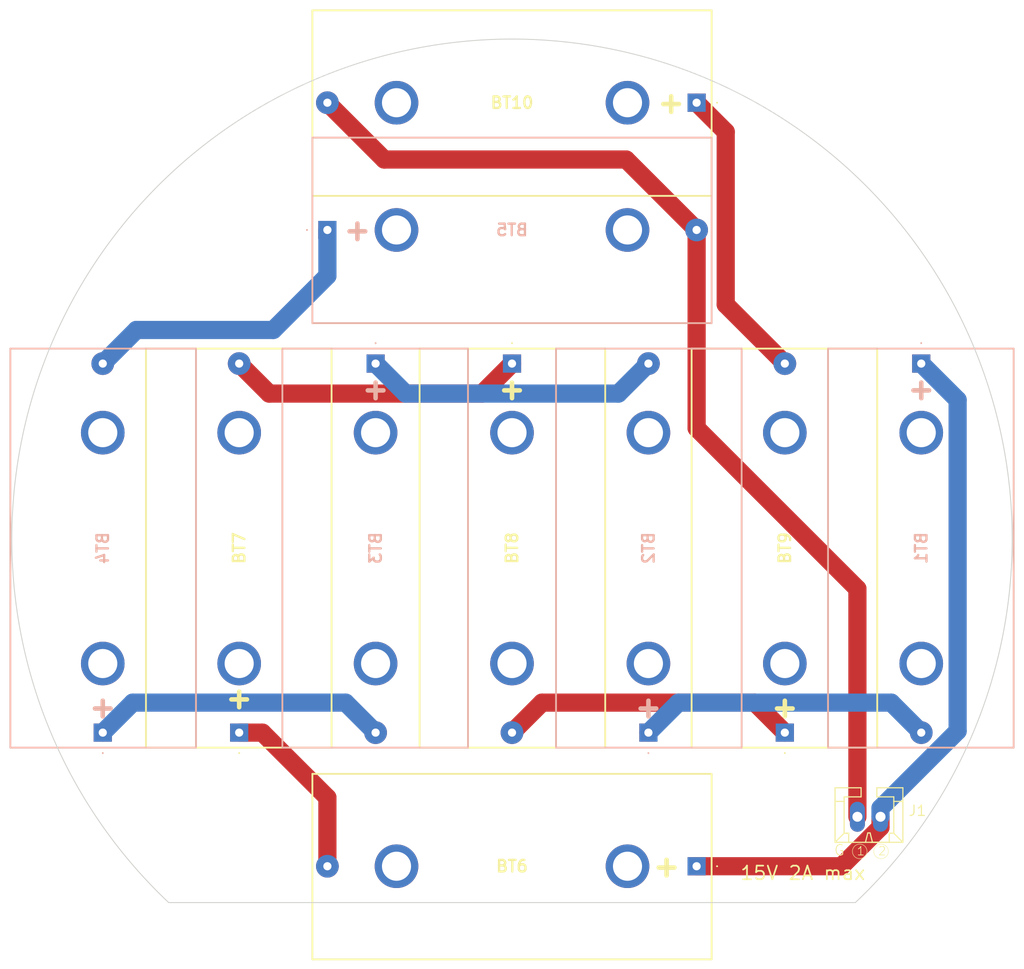
<source format=kicad_pcb>
(kicad_pcb (version 20221018) (generator pcbnew)
  (layers (0 "F.Cu" signal) (31 "B.Cu" signal) (34 "B.Paste" user) (35 "F.Paste" user) (36 "B.SilkS" user "B.Silkscreen") (37 "F.SilkS" user "F.Silkscreen") (38 "B.Mask" user) (39 "F.Mask" user) (44 "Edge.Cuts" user))
  (net 0 "")
  (net 1 "Net-(BT1-+)")
  (net 2 "Net-(BT1--)")
  (net 3 "Net-(BT2--)")
  (net 4 "Net-(BT3--)")
  (net 5 "Net-(BT4--)")
  (net 6 "Net-(BT10--)")
  (net 7 "Net-(BT6--)")
  (net 8 "Net-(BT7--)")
  (net 9 "Net-(BT8--)")
  (net 10 "Net-(BT10-+)")
  (footprint "KiCad:CR123APC" (layer "F.Cu") (at 114.78 119.09 90)
    (fp_text reference "BT7" (at 20.3 0 90) (layer "F.SilkS") (effects (font (size 1.27 1.27) (thickness 0.254))))
    (fp_text value "Battery_Cell" hide)
    (fp_line (start -2.3 0) (end -2.3 0) (stroke (width 0.1)) (layer "F.SilkS"))
    (fp_line (start -2.2 0) (end -2.2 0) (stroke (width 0.1)) (layer "F.SilkS"))
    (fp_line (start -1.65 -10.25) (end -1.65 10.16) (stroke (width 0.2)) (layer "F.SilkS"))
    (fp_line (start -1.65 10.16) (end 42.25 10.16) (stroke (width 0.2)) (layer "F.SilkS"))
    (fp_line (start 42.25 -10.25) (end -1.65 -10.25) (stroke (width 0.2)) (layer "F.SilkS"))
    (fp_line (start 42.25 10.16) (end 42.25 -10.25) (stroke (width 0.2)) (layer "F.SilkS"))
    (fp_arc (start -2.3 0) (mid -2.25 -0.05) (end -2.2 0) (stroke (width 0.1)) (layer "F.SilkS"))
    (fp_arc (start -2.2 0) (mid -2.25 0.05) (end -2.3 0) (stroke (width 0.1)) (layer "F.SilkS"))
    (pad "1" thru_hole rect (at 0 0 90) (size 2 2) (drill 0.9) (layers "*.Cu" "*.Mask") (net 7 "Net-(BT6--)"))
    (pad "2" thru_hole circle (at 40.6 0 90) (size 2.5 2.5) (drill 0.9) (layers "*.Cu" "*.Mask") (net 8 "Net-(BT7--)"))
    (pad "MH1" thru_hole circle (at 7.6 0 90) (size 4.8 4.8) (drill 3.2) (layers "*.Cu" "*.Mask"))
    (pad "MH2" thru_hole circle (at 33 0 90) (size 4.8 4.8) (drill 3.2) (layers "*.Cu" "*.Mask"))
  )
  (footprint "MountingHole:MountingHole_4.5mm" (layer "F.Cu") (at 174.78 127.79)
    (fp_text reference "REF**" hide)
    (fp_text value "MountingHole_4.5mm" hide)
    (pad "" np_thru_hole circle (at 0 0) (size 4.5 4.5) (drill 4.5) (layers "*.Cu" "*.Mask"))
  )
  (footprint "MountingHole:MountingHole_4.5mm" (layer "F.Cu") (at 174.78 67.79)
    (fp_text reference "REF**" hide)
    (fp_text value "MountingHole_4.5mm" hide)
    (pad "" np_thru_hole circle (at 0 0) (size 4.5 4.5) (drill 4.5) (layers "*.Cu" "*.Mask"))
  )
  (footprint "MountingHole:MountingHole_4.5mm" (layer "F.Cu") (at 114.78 67.79)
    (fp_text reference "REF**" hide)
    (fp_text value "MountingHole_4.5mm" hide)
    (pad "" np_thru_hole circle (at 0 0) (size 4.5 4.5) (drill 4.5) (layers "*.Cu" "*.Mask"))
  )
  (footprint "KiCad:CR123APC" (layer "F.Cu") (at 165.08 49.79 180)
    (fp_text reference "BT10" (at 20.3 0) (layer "F.SilkS") (effects (font (size 1.27 1.27) (thickness 0.254))))
    (fp_text value "Battery_Cell" hide)
    (fp_line (start -2.3 0) (end -2.3 0) (stroke (width 0.1)) (layer "F.SilkS"))
    (fp_line (start -2.2 0) (end -2.2 0) (stroke (width 0.1)) (layer "F.SilkS"))
    (fp_line (start -1.65 -10.25) (end -1.65 10.16) (stroke (width 0.2)) (layer "F.SilkS"))
    (fp_line (start -1.65 10.16) (end 42.25 10.16) (stroke (width 0.2)) (layer "F.SilkS"))
    (fp_line (start 42.25 -10.25) (end -1.65 -10.25) (stroke (width 0.2)) (layer "F.SilkS"))
    (fp_line (start 42.25 10.16) (end 42.25 -10.25) (stroke (width 0.2)) (layer "F.SilkS"))
    (fp_arc (start -2.3 0) (mid -2.25 -0.05) (end -2.2 0) (stroke (width 0.1)) (layer "F.SilkS"))
    (fp_arc (start -2.2 0) (mid -2.25 0.05) (end -2.3 0) (stroke (width 0.1)) (layer "F.SilkS"))
    (pad "1" thru_hole rect (at 0 0 180) (size 2 2) (drill 0.9) (layers "*.Cu" "*.Mask") (net 10 "Net-(BT10-+)"))
    (pad "2" thru_hole circle (at 40.6 0 180) (size 2.5 2.5) (drill 0.9) (layers "*.Cu" "*.Mask") (net 6 "Net-(BT10--)"))
    (pad "MH1" thru_hole circle (at 7.6 0 180) (size 4.8 4.8) (drill 3.2) (layers "*.Cu" "*.Mask"))
    (pad "MH2" thru_hole circle (at 33 0 180) (size 4.8 4.8) (drill 3.2) (layers "*.Cu" "*.Mask"))
  )
  (footprint "KiCad:CR123APC" (layer "F.Cu") (at 174.78 119.09 90)
    (fp_text reference "BT9" (at 20.3 0 90) (layer "F.SilkS") (effects (font (size 1.27 1.27) (thickness 0.254))))
    (fp_text value "Battery_Cell" hide)
    (fp_line (start -2.3 0) (end -2.3 0) (stroke (width 0.1)) (layer "F.SilkS"))
    (fp_line (start -2.2 0) (end -2.2 0) (stroke (width 0.1)) (layer "F.SilkS"))
    (fp_line (start -1.65 -10.25) (end -1.65 10.16) (stroke (width 0.2)) (layer "F.SilkS"))
    (fp_line (start -1.65 10.16) (end 42.25 10.16) (stroke (width 0.2)) (layer "F.SilkS"))
    (fp_line (start 42.25 -10.25) (end -1.65 -10.25) (stroke (width 0.2)) (layer "F.SilkS"))
    (fp_line (start 42.25 10.16) (end 42.25 -10.25) (stroke (width 0.2)) (layer "F.SilkS"))
    (fp_arc (start -2.3 0) (mid -2.25 -0.05) (end -2.2 0) (stroke (width 0.1)) (layer "F.SilkS"))
    (fp_arc (start -2.2 0) (mid -2.25 0.05) (end -2.3 0) (stroke (width 0.1)) (layer "F.SilkS"))
    (pad "1" thru_hole rect (at 0 0 90) (size 2 2) (drill 0.9) (layers "*.Cu" "*.Mask") (net 9 "Net-(BT8--)"))
    (pad "2" thru_hole circle (at 40.6 0 90) (size 2.5 2.5) (drill 0.9) (layers "*.Cu" "*.Mask") (net 10 "Net-(BT10-+)"))
    (pad "MH1" thru_hole circle (at 7.6 0 90) (size 4.8 4.8) (drill 3.2) (layers "*.Cu" "*.Mask"))
    (pad "MH2" thru_hole circle (at 33 0 90) (size 4.8 4.8) (drill 3.2) (layers "*.Cu" "*.Mask"))
  )
  (footprint "KiCad:CR123APC" (layer "F.Cu") (at 144.78 78.49 -90)
    (fp_text reference "BT8" (at 20.3 0 90) (layer "F.SilkS") (effects (font (size 1.27 1.27) (thickness 0.254))))
    (fp_text value "Battery_Cell" hide)
    (fp_line (start -2.3 0) (end -2.3 0) (stroke (width 0.1)) (layer "F.SilkS"))
    (fp_line (start -2.2 0) (end -2.2 0) (stroke (width 0.1)) (layer "F.SilkS"))
    (fp_line (start -1.65 -10.25) (end -1.65 10.16) (stroke (width 0.2)) (layer "F.SilkS"))
    (fp_line (start -1.65 10.16) (end 42.25 10.16) (stroke (width 0.2)) (layer "F.SilkS"))
    (fp_line (start 42.25 -10.25) (end -1.65 -10.25) (stroke (width 0.2)) (layer "F.SilkS"))
    (fp_line (start 42.25 10.16) (end 42.25 -10.25) (stroke (width 0.2)) (layer "F.SilkS"))
    (fp_arc (start -2.3 0) (mid -2.25 -0.05) (end -2.2 0) (stroke (width 0.1)) (layer "F.SilkS"))
    (fp_arc (start -2.2 0) (mid -2.25 0.05) (end -2.3 0) (stroke (width 0.1)) (layer "F.SilkS"))
    (pad "1" thru_hole rect (at 0 0 270) (size 2 2) (drill 0.9) (layers "*.Cu" "*.Mask") (net 8 "Net-(BT7--)"))
    (pad "2" thru_hole circle (at 40.6 0 270) (size 2.5 2.5) (drill 0.9) (layers "*.Cu" "*.Mask") (net 9 "Net-(BT8--)"))
    (pad "MH1" thru_hole circle (at 7.6 0 270) (size 4.8 4.8) (drill 3.2) (layers "*.Cu" "*.Mask"))
    (pad "MH2" thru_hole circle (at 33 0 270) (size 4.8 4.8) (drill 3.2) (layers "*.Cu" "*.Mask"))
  )
  (footprint "KiCad:CR123APC" (layer "F.Cu") (at 165.08 133.79 180)
    (fp_text reference "BT6" (at 20.3 0) (layer "F.SilkS") (effects (font (size 1.27 1.27) (thickness 0.254))))
    (fp_text value "Battery_Cell" hide)
    (fp_line (start -2.3 0) (end -2.3 0) (stroke (width 0.1)) (layer "F.SilkS"))
    (fp_line (start -2.2 0) (end -2.2 0) (stroke (width 0.1)) (layer "F.SilkS"))
    (fp_line (start -1.65 -10.25) (end -1.65 10.16) (stroke (width 0.2)) (layer "F.SilkS"))
    (fp_line (start -1.65 10.16) (end 42.25 10.16) (stroke (width 0.2)) (layer "F.SilkS"))
    (fp_line (start 42.25 -10.25) (end -1.65 -10.25) (stroke (width 0.2)) (layer "F.SilkS"))
    (fp_line (start 42.25 10.16) (end 42.25 -10.25) (stroke (width 0.2)) (layer "F.SilkS"))
    (fp_arc (start -2.3 0) (mid -2.25 -0.05) (end -2.2 0) (stroke (width 0.1)) (layer "F.SilkS"))
    (fp_arc (start -2.2 0) (mid -2.25 0.05) (end -2.3 0) (stroke (width 0.1)) (layer "F.SilkS"))
    (pad "1" thru_hole rect (at 0 0 180) (size 2 2) (drill 0.9) (layers "*.Cu" "*.Mask") (net 1 "Net-(BT1-+)"))
    (pad "2" thru_hole circle (at 40.6 0 180) (size 2.5 2.5) (drill 0.9) (layers "*.Cu" "*.Mask") (net 7 "Net-(BT6--)"))
    (pad "MH1" thru_hole circle (at 7.6 0 180) (size 4.8 4.8) (drill 3.2) (layers "*.Cu" "*.Mask"))
    (pad "MH2" thru_hole circle (at 33 0 180) (size 4.8 4.8) (drill 3.2) (layers "*.Cu" "*.Mask"))
  )
  (footprint "CONNECTOR:CONNECTOR_2-STRAIGHT" (layer "F.Cu") (at 184.03 128.34745)
    (fp_text reference "J1" (at 4.27 0) (layer "F.SilkS") (effects (font (size 1.143 1.143) (thickness 0.127)) (justify left bottom)))
    (fp_text value "Conn_01x02_Socket")
    (fp_text user "2" (at 0.9525 4.318) (layer "F.SilkS") (effects (font (size 0.93472 0.93472) (thickness 0.08128)) (justify left bottom)))
    (fp_text user "1" (at -1.397 4.318) (layer "F.SilkS") (effects (font (size 0.93472 0.93472) (thickness 0.08128)) (justify left bottom)))
    (fp_text user "G" (at -3.905 4.365) (layer "F.SilkS") (effects (font (size 1.1684 1.1684) (thickness 0.1016)) (justify left bottom)))
    (fp_line (start -3.73 -3.19) (end -3.73 -1.69) (stroke (width 0.127)) (layer "F.SilkS"))
    (fp_line (start -3.73 -1.69) (end -3.73 2.81) (stroke (width 0.127)) (layer "F.SilkS"))
    (fp_line (start -3.73 -1.69) (end -2.73 -1.69) (stroke (width 0.127)) (layer "F.SilkS"))
    (fp_line (start -2.73 -2.19) (end -2.73 -1.69) (stroke (width 0.127)) (layer "F.SilkS"))
    (fp_line (start -2.73 -2.19) (end -0.865 -2.19) (stroke (width 0.127)) (layer "F.SilkS"))
    (fp_line (start -2.73 -1.69) (end -2.73 1.81) (stroke (width 0.127)) (layer "F.SilkS"))
    (fp_line (start -2.73 1.81) (end -3.73 2.81) (stroke (width 0.127)) (layer "F.SilkS"))
    (fp_line (start -2.73 1.81) (end -2.23 1.81) (stroke (width 0.127)) (layer "F.SilkS"))
    (fp_line (start -2.48 1.81) (end -2.23 1.81) (stroke (width 0.127)) (layer "F.SilkS"))
    (fp_line (start -2.23 1.81) (end -2.23 2.81) (stroke (width 0.127)) (layer "F.SilkS"))
    (fp_line (start -2.23 2.81) (end -1.98 2.81) (stroke (width 0.127)) (layer "F.SilkS"))
    (fp_line (start -0.865 -3.19) (end -3.73 -3.19) (stroke (width 0.127)) (layer "F.SilkS"))
    (fp_line (start -0.865 -2.19) (end -0.865 -3.19) (stroke (width 0.127)) (layer "F.SilkS"))
    (fp_line (start -0.127 1.778) (end -0.381 2.794) (stroke (width 0.127)) (layer "F.SilkS"))
    (fp_line (start -0.127 1.778) (end 0.127 1.778) (stroke (width 0.127)) (layer "F.SilkS"))
    (fp_line (start 0.127 1.778) (end 0.381 2.794) (stroke (width 0.127)) (layer "F.SilkS"))
    (fp_line (start 0.865 -3.19) (end 0.865 -2.19) (stroke (width 0.127)) (layer "F.SilkS"))
    (fp_line (start 0.865 -2.19) (end 2.73 -2.19) (stroke (width 0.127)) (layer "F.SilkS"))
    (fp_line (start 1.04 2.81) (end -3.73 2.81) (stroke (width 0.127)) (layer "F.SilkS"))
    (fp_line (start 1.04 2.81) (end 0.23 2.81) (stroke (width 0.127)) (layer "F.SilkS"))
    (fp_line (start 2.23 1.81) (end 2.23 2.81) (stroke (width 0.127)) (layer "F.SilkS"))
    (fp_line (start 2.23 2.81) (end 1.04 2.81) (stroke (width 0.127)) (layer "F.SilkS"))
    (fp_line (start 2.23 2.81) (end 3.73 2.81) (stroke (width 0.127)) (layer "F.SilkS"))
    (fp_line (start 2.73 -2.19) (end 2.73 -1.69) (stroke (width 0.127)) (layer "F.SilkS"))
    (fp_line (start 2.73 -1.69) (end 2.73 1.81) (stroke (width 0.127)) (layer "F.SilkS"))
    (fp_line (start 2.73 1.81) (end 2.23 1.81) (stroke (width 0.127)) (layer "F.SilkS"))
    (fp_line (start 2.73 1.81) (end 3.73 2.81) (stroke (width 0.127)) (layer "F.SilkS"))
    (fp_line (start 3.73 -3.19) (end 0.865 -3.19) (stroke (width 0.127)) (layer "F.SilkS"))
    (fp_line (start 3.73 -3.19) (end 3.73 -1.69) (stroke (width 0.127)) (layer "F.SilkS"))
    (fp_line (start 3.73 -1.69) (end 2.73 -1.69) (stroke (width 0.127)) (layer "F.SilkS"))
    (fp_line (start 3.73 -1.69) (end 3.73 2.81) (stroke (width 0.127)) (layer "F.SilkS"))
    (fp_circle (center -1.016 3.81) (end -0.2128 3.81) (stroke (width 0.0508)) (fill none) (layer "F.SilkS"))
    (fp_circle (center 1.3335 3.81) (end 2.1367 3.81) (stroke (width 0.0508)) (fill none) (layer "F.SilkS"))
    (pad "1" thru_hole oval (at -1.27 0 90) (size 3.3 1.65) (drill 1.1) (layers "*.Cu" "*.Mask") (net 6 "Net-(BT10--)"))
    (pad "2" thru_hole oval (at 1.27 0 90) (size 3.3 1.65) (drill 1.1) (layers "*.Cu" "*.Mask") (net 1 "Net-(BT1-+)"))
  )
  (footprint "MountingHole:MountingHole_4.5mm" (layer "F.Cu") (at 114.78 127.79)
    (fp_text reference "REF**" hide)
    (fp_text value "MountingHole_4.5mm" hide)
    (pad "" np_thru_hole circle (at 0 0) (size 4.5 4.5) (drill 4.5) (layers "*.Cu" "*.Mask"))
  )
  (footprint "KiCad:CR123APC" (layer "B.Cu") (at 124.48 63.79)
    (fp_text reference "BT5" (at 20.3 0) (layer "B.SilkS") (effects (font (size 1.27 1.27) (thickness 0.254)) (justify mirror)))
    (fp_text value "Battery_Cell" hide)
    (fp_line (start -2.3 0) (end -2.3 0) (stroke (width 0.1)) (layer "B.SilkS"))
    (fp_line (start -2.2 0) (end -2.2 0) (stroke (width 0.1)) (layer "B.SilkS"))
    (fp_line (start -1.65 -10.16) (end 42.25 -10.16) (stroke (width 0.2)) (layer "B.SilkS"))
    (fp_line (start -1.65 10.25) (end -1.65 -10.16) (stroke (width 0.2)) (layer "B.SilkS"))
    (fp_line (start 42.25 -10.16) (end 42.25 10.25) (stroke (width 0.2)) (layer "B.SilkS"))
    (fp_line (start 42.25 10.25) (end -1.65 10.25) (stroke (width 0.2)) (layer "B.SilkS"))
    (fp_arc (start -2.3 0) (mid -2.25 -0.05) (end -2.2 0) (stroke (width 0.1)) (layer "B.SilkS"))
    (fp_arc (start -2.2 0) (mid -2.25 0.05) (end -2.3 0) (stroke (width 0.1)) (layer "B.SilkS"))
    (pad "1" thru_hole rect (at 0 0) (size 2 2) (drill 0.9) (layers "*.Cu" "*.Mask") (net 5 "Net-(BT4--)"))
    (pad "2" thru_hole circle (at 40.6 0) (size 2.5 2.5) (drill 0.9) (layers "*.Cu" "*.Mask") (net 6 "Net-(BT10--)"))
    (pad "MH1" thru_hole circle (at 7.6 0) (size 4.8 4.8) (drill 3.2) (layers "*.Cu" "*.Mask"))
    (pad "MH2" thru_hole circle (at 33 0) (size 4.8 4.8) (drill 3.2) (layers "*.Cu" "*.Mask"))
  )
  (footprint "KiCad:CR123APC" (layer "B.Cu") (at 129.78 78.49 -90)
    (fp_text reference "BT3" (at 20.3 0 90) (layer "B.SilkS") (effects (font (size 1.27 1.27) (thickness 0.254)) (justify mirror)))
    (fp_text value "Battery_Cell" hide)
    (fp_line (start -2.3 0) (end -2.3 0) (stroke (width 0.1)) (layer "B.SilkS"))
    (fp_line (start -2.2 0) (end -2.2 0) (stroke (width 0.1)) (layer "B.SilkS"))
    (fp_line (start -1.65 -10.16) (end 42.25 -10.16) (stroke (width 0.2)) (layer "B.SilkS"))
    (fp_line (start -1.65 10.25) (end -1.65 -10.16) (stroke (width 0.2)) (layer "B.SilkS"))
    (fp_line (start 42.25 -10.16) (end 42.25 10.25) (stroke (width 0.2)) (layer "B.SilkS"))
    (fp_line (start 42.25 10.25) (end -1.65 10.25) (stroke (width 0.2)) (layer "B.SilkS"))
    (fp_arc (start -2.3 0) (mid -2.25 -0.05) (end -2.2 0) (stroke (width 0.1)) (layer "B.SilkS"))
    (fp_arc (start -2.2 0) (mid -2.25 0.05) (end -2.3 0) (stroke (width 0.1)) (layer "B.SilkS"))
    (pad "1" thru_hole rect (at 0 0 270) (size 2 2) (drill 0.9) (layers "*.Cu" "*.Mask") (net 3 "Net-(BT2--)"))
    (pad "2" thru_hole circle (at 40.6 0 270) (size 2.5 2.5) (drill 0.9) (layers "*.Cu" "*.Mask") (net 4 "Net-(BT3--)"))
    (pad "MH1" thru_hole circle (at 7.6 0 270) (size 4.8 4.8) (drill 3.2) (layers "*.Cu" "*.Mask"))
    (pad "MH2" thru_hole circle (at 33 0 270) (size 4.8 4.8) (drill 3.2) (layers "*.Cu" "*.Mask"))
  )
  (footprint "KiCad:CR123APC" (layer "B.Cu") (at 99.78 119.09 90)
    (fp_text reference "BT4" (at 20.3 0 90) (layer "B.SilkS") (effects (font (size 1.27 1.27) (thickness 0.254)) (justify mirror)))
    (fp_text value "Battery_Cell" hide)
    (fp_line (start -2.3 0) (end -2.3 0) (stroke (width 0.1)) (layer "B.SilkS"))
    (fp_line (start -2.2 0) (end -2.2 0) (stroke (width 0.1)) (layer "B.SilkS"))
    (fp_line (start -1.65 -10.16) (end 42.25 -10.16) (stroke (width 0.2)) (layer "B.SilkS"))
    (fp_line (start -1.65 10.25) (end -1.65 -10.16) (stroke (width 0.2)) (layer "B.SilkS"))
    (fp_line (start 42.25 -10.16) (end 42.25 10.25) (stroke (width 0.2)) (layer "B.SilkS"))
    (fp_line (start 42.25 10.25) (end -1.65 10.25) (stroke (width 0.2)) (layer "B.SilkS"))
    (fp_arc (start -2.3 0) (mid -2.25 -0.05) (end -2.2 0) (stroke (width 0.1)) (layer "B.SilkS"))
    (fp_arc (start -2.2 0) (mid -2.25 0.05) (end -2.3 0) (stroke (width 0.1)) (layer "B.SilkS"))
    (pad "1" thru_hole rect (at 0 0 90) (size 2 2) (drill 0.9) (layers "*.Cu" "*.Mask") (net 4 "Net-(BT3--)"))
    (pad "2" thru_hole circle (at 40.6 0 90) (size 2.5 2.5) (drill 0.9) (layers "*.Cu" "*.Mask") (net 5 "Net-(BT4--)"))
    (pad "MH1" thru_hole circle (at 7.6 0 90) (size 4.8 4.8) (drill 3.2) (layers "*.Cu" "*.Mask"))
    (pad "MH2" thru_hole circle (at 33 0 90) (size 4.8 4.8) (drill 3.2) (layers "*.Cu" "*.Mask"))
  )
  (footprint "KiCad:CR123APC" (layer "B.Cu") (at 189.78 78.49 -90)
    (fp_text reference "BT1" (at 20.3 0 90) (layer "B.SilkS") (effects (font (size 1.27 1.27) (thickness 0.254)) (justify mirror)))
    (fp_text value "Battery_Cell" hide)
    (fp_line (start -2.3 0) (end -2.3 0) (stroke (width 0.1)) (layer "B.SilkS"))
    (fp_line (start -2.2 0) (end -2.2 0) (stroke (width 0.1)) (layer "B.SilkS"))
    (fp_line (start -1.65 -10.16) (end 42.25 -10.16) (stroke (width 0.2)) (layer "B.SilkS"))
    (fp_line (start -1.65 10.25) (end -1.65 -10.16) (stroke (width 0.2)) (layer "B.SilkS"))
    (fp_line (start 42.25 -10.16) (end 42.25 10.25) (stroke (width 0.2)) (layer "B.SilkS"))
    (fp_line (start 42.25 10.25) (end -1.65 10.25) (stroke (width 0.2)) (layer "B.SilkS"))
    (fp_arc (start -2.3 0) (mid -2.25 -0.05) (end -2.2 0) (stroke (width 0.1)) (layer "B.SilkS"))
    (fp_arc (start -2.2 0) (mid -2.25 0.05) (end -2.3 0) (stroke (width 0.1)) (layer "B.SilkS"))
    (pad "1" thru_hole rect (at 0 0 270) (size 2 2) (drill 0.9) (layers "*.Cu" "*.Mask") (net 1 "Net-(BT1-+)"))
    (pad "2" thru_hole circle (at 40.6 0 270) (size 2.5 2.5) (drill 0.9) (layers "*.Cu" "*.Mask") (net 2 "Net-(BT1--)"))
    (pad "MH1" thru_hole circle (at 7.6 0 270) (size 4.8 4.8) (drill 3.2) (layers "*.Cu" "*.Mask"))
    (pad "MH2" thru_hole circle (at 33 0 270) (size 4.8 4.8) (drill 3.2) (layers "*.Cu" "*.Mask"))
  )
  (footprint "KiCad:CR123APC" (layer "B.Cu") (at 159.78 119.09 90)
    (fp_text reference "BT2" (at 20.3 0 90) (layer "B.SilkS") (effects (font (size 1.27 1.27) (thickness 0.254)) (justify mirror)))
    (fp_text value "Battery_Cell" hide)
    (fp_line (start -2.3 0) (end -2.3 0) (stroke (width 0.1)) (layer "B.SilkS"))
    (fp_line (start -2.2 0) (end -2.2 0) (stroke (width 0.1)) (layer "B.SilkS"))
    (fp_line (start -1.65 -10.16) (end 42.25 -10.16) (stroke (width 0.2)) (layer "B.SilkS"))
    (fp_line (start -1.65 10.25) (end -1.65 -10.16) (stroke (width 0.2)) (layer "B.SilkS"))
    (fp_line (start 42.25 -10.16) (end 42.25 10.25) (stroke (width 0.2)) (layer "B.SilkS"))
    (fp_line (start 42.25 10.25) (end -1.65 10.25) (stroke (width 0.2)) (layer "B.SilkS"))
    (fp_arc (start -2.3 0) (mid -2.25 -0.05) (end -2.2 0) (stroke (width 0.1)) (layer "B.SilkS"))
    (fp_arc (start -2.2 0) (mid -2.25 0.05) (end -2.3 0) (stroke (width 0.1)) (layer "B.SilkS"))
    (pad "1" thru_hole rect (at 0 0 90) (size 2 2) (drill 0.9) (layers "*.Cu" "*.Mask") (net 2 "Net-(BT1--)"))
    (pad "2" thru_hole circle (at 40.6 0 90) (size 2.5 2.5) (drill 0.9) (layers "*.Cu" "*.Mask") (net 3 "Net-(BT2--)"))
    (pad "MH1" thru_hole circle (at 7.6 0 90) (size 4.8 4.8) (drill 3.2) (layers "*.Cu" "*.Mask"))
    (pad "MH2" thru_hole circle (at 33 0 90) (size 4.8 4.8) (drill 3.2) (layers "*.Cu" "*.Mask"))
  )
  (gr_arc (start 107.03 137.79) (mid 144.78 42.789432) (end 182.53 137.79) (stroke (width 0.1)) (layer "Edge.Cuts"))
  (gr_line (start 107.03 137.79) (end 182.53 137.79) (stroke (width 0.1)) (layer "Edge.Cuts"))
  (gr_text "＋" (at 159.78 116.79) (layer "B.SilkS") (effects (font (size 3 3) (thickness 0.5) bold)))
  (gr_text "＋" (at 99.78 116.79) (layer "B.SilkS") (effects (font (size 3 3) (thickness 0.5) bold)))
  (gr_text "＋" (at 127.78 64.29) (layer "B.SilkS") (effects (font (size 3 3) (thickness 0.5) bold)))
  (gr_text "＋" (at 189.78 81.79) (layer "B.SilkS") (effects (font (size 3 3) (thickness 0.5) bold)))
  (gr_text "＋" (at 129.78 81.79) (layer "B.SilkS") (effects (font (size 3 3) (thickness 0.5) bold)))
  (gr_text "＋" (at 162.28 50.29) (layer "F.SilkS") (effects (font (size 3 3) (thickness 0.5) bold)))
  (gr_text "＋" (at 161.78 134.29) (layer "F.SilkS") (effects (font (size 3 3) (thickness 0.5) bold)))
  (gr_text "＋" (at 174.78 116.79) (layer "F.SilkS") (effects (font (size 3 3) (thickness 0.5) bold)))
  (gr_text "15V 2A max" (at 169.78 134.54) (layer "F.SilkS") (effects (font (size 1.5 1.5) (thickness 0.1875)) (justify left)))
  (gr_text "＋" (at 114.78 115.79) (layer "F.SilkS") (effects (font (size 3 3) (thickness 0.5) bold)))
  (gr_text "＋" (at 144.78 81.79) (layer "F.SilkS") (effects (font (size 3 3) (thickness 0.5) bold)))
  (segment (start 185.3 129.496232) (end 181.006232 133.79) (width 2) (layer "F.Cu") (net 1))
  (segment (start 181.006232 133.79) (end 165.08 133.79) (width 2) (layer "F.Cu") (net 1))
  (segment (start 185.3 128.34745) (end 185.3 129.496232) (width 2) (layer "F.Cu") (net 1))
  (segment (start 185.3 128.34745) (end 185.3 127.395) (width 2) (layer "B.Cu") (net 1))
  (segment (start 193.78 118.915) (end 193.78 82.49) (width 2) (layer "B.Cu") (net 1))
  (segment (start 193.78 82.49) (end 189.78 78.49) (width 2) (layer "B.Cu") (net 1))
  (segment (start 185.3 127.395) (end 193.78 118.915) (width 2) (layer "B.Cu") (net 1))
  (segment (start 163.08 115.79) (end 159.78 119.09) (width 2) (layer "B.Cu") (net 2))
  (segment (start 186.48 115.79) (end 163.08 115.79) (width 2) (layer "B.Cu") (net 2))
  (segment (start 189.78 119.09) (end 186.48 115.79) (width 2) (layer "B.Cu") (net 2))
  (segment (start 156.48 81.79) (end 133.08 81.79) (width 2) (layer "B.Cu") (net 3))
  (segment (start 133.08 81.79) (end 129.78 78.49) (width 2) (layer "B.Cu") (net 3))
  (segment (start 159.78 78.49) (end 156.48 81.79) (width 2) (layer "B.Cu") (net 3))
  (segment (start 103.08 115.79) (end 99.78 119.09) (width 2) (layer "B.Cu") (net 4))
  (segment (start 126.48 115.79) (end 103.08 115.79) (width 2) (layer "B.Cu") (net 4))
  (segment (start 129.78 119.09) (end 126.48 115.79) (width 2) (layer "B.Cu") (net 4))
  (segment (start 118.53 74.79) (end 124.48 68.84) (width 2) (layer "B.Cu") (net 5))
  (segment (start 124.48 68.84) (end 124.48 63.79) (width 2) (layer "B.Cu") (net 5))
  (segment (start 99.78 78.49) (end 103.48 74.79) (width 2) (layer "B.Cu") (net 5))
  (segment (start 103.48 74.79) (end 118.53 74.79) (width 2) (layer "B.Cu") (net 5))
  (segment (start 157.33 56.04) (end 130.73 56.04) (width 2) (layer "F.Cu") (net 6))
  (segment (start 182.76 128.34745) (end 182.76 103.27) (width 2) (layer "F.Cu") (net 6))
  (segment (start 165.08 85.59) (end 165.08 63.79) (width 2) (layer "F.Cu") (net 6))
  (segment (start 182.76 103.27) (end 165.08 85.59) (width 2) (layer "F.Cu") (net 6))
  (segment (start 130.73 56.04) (end 124.48 49.79) (width 2) (layer "F.Cu") (net 6))
  (segment (start 165.08 63.79) (end 157.33 56.04) (width 2) (layer "F.Cu") (net 6))
  (segment (start 124.48 126.24) (end 117.33 119.09) (width 2) (layer "F.Cu") (net 7))
  (segment (start 124.48 133.79) (end 124.48 126.24) (width 2) (layer "F.Cu") (net 7))
  (segment (start 117.33 119.09) (end 114.78 119.09) (width 2) (layer "F.Cu") (net 7))
  (segment (start 114.78 78.49) (end 118.08 81.79) (width 2) (layer "F.Cu") (net 8))
  (segment (start 141.48 81.79) (end 144.78 78.49) (width 2) (layer "F.Cu") (net 8))
  (segment (start 118.08 81.79) (end 141.48 81.79) (width 2) (layer "F.Cu") (net 8))
  (segment (start 171.48 115.79) (end 174.78 119.09) (width 2) (layer "F.Cu") (net 9))
  (segment (start 148.08 115.79) (end 171.48 115.79) (width 2) (layer "F.Cu") (net 9))
  (segment (start 144.78 119.09) (end 148.08 115.79) (width 2) (layer "F.Cu") (net 9))
  (segment (start 174.78 78.49) (end 168.28 71.99) (width 2) (layer "F.Cu") (net 10))
  (segment (start 168.28 52.99) (end 165.08 49.79) (width 2) (layer "F.Cu") (net 10))
  (segment (start 168.28 71.99) (end 168.28 52.99) (width 2) (layer "F.Cu") (net 10))
)
</source>
